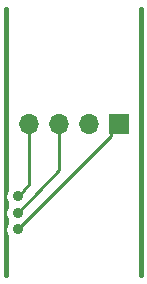
<source format=gtl>
%TF.GenerationSoftware,KiCad,Pcbnew,5.1.0*%
%TF.CreationDate,2019-04-08T01:09:11+02:00*%
%TF.ProjectId,Illumination-PLCC6,496c6c75-6d69-46e6-9174-696f6e2d504c,rev?*%
%TF.SameCoordinates,Original*%
%TF.FileFunction,Copper,L1,Top*%
%TF.FilePolarity,Positive*%
%FSLAX46Y46*%
G04 Gerber Fmt 4.6, Leading zero omitted, Abs format (unit mm)*
G04 Created by KiCad (PCBNEW 5.1.0) date 2019-04-08 01:09:11*
%MOMM*%
%LPD*%
G04 APERTURE LIST*
%ADD10R,1.700000X1.700000*%
%ADD11O,1.700000X1.700000*%
%ADD12C,0.900000*%
%ADD13C,0.250000*%
%ADD14C,0.254000*%
G04 APERTURE END LIST*
D10*
X121310000Y-142500000D03*
D11*
X118770000Y-142500000D03*
X116230000Y-142500000D03*
X113690000Y-142500000D03*
D12*
X112800000Y-151400000D03*
X112800000Y-150000000D03*
X112800000Y-148600000D03*
D13*
X120700000Y-143110000D02*
X121310000Y-142500000D01*
X112800000Y-151400000D02*
X120700000Y-143500000D01*
X120700000Y-143500000D02*
X120700000Y-143110000D01*
X112800000Y-150000000D02*
X116230000Y-146370000D01*
X116230000Y-146370000D02*
X116230000Y-143500000D01*
X116230000Y-143500000D02*
X116230000Y-142500000D01*
X112800000Y-148600000D02*
X112850000Y-148550000D01*
X112850000Y-148550000D02*
X113690000Y-147510000D01*
X113690000Y-147510000D02*
X113690000Y-143500000D01*
X113690000Y-143500000D02*
X113690000Y-142500000D01*
D14*
G36*
X111873000Y-148034405D02*
G01*
X111838485Y-148086060D01*
X111756696Y-148283517D01*
X111715000Y-148493137D01*
X111715000Y-148706863D01*
X111756696Y-148916483D01*
X111838485Y-149113940D01*
X111873000Y-149165595D01*
X111873000Y-149434405D01*
X111838485Y-149486060D01*
X111756696Y-149683517D01*
X111715000Y-149893137D01*
X111715000Y-150106863D01*
X111756696Y-150316483D01*
X111838485Y-150513940D01*
X111873000Y-150565595D01*
X111873000Y-150834405D01*
X111838485Y-150886060D01*
X111756696Y-151083517D01*
X111715000Y-151293137D01*
X111715000Y-151506863D01*
X111756696Y-151716483D01*
X111838485Y-151913940D01*
X111873000Y-151965595D01*
X111873000Y-153597993D01*
X111865000Y-153638212D01*
X111865000Y-153861788D01*
X111873000Y-153902007D01*
X111873000Y-155315000D01*
X111685000Y-155315000D01*
X111685000Y-132685000D01*
X111873000Y-132685000D01*
X111873000Y-148034405D01*
X111873000Y-148034405D01*
G37*
X111873000Y-148034405D02*
X111838485Y-148086060D01*
X111756696Y-148283517D01*
X111715000Y-148493137D01*
X111715000Y-148706863D01*
X111756696Y-148916483D01*
X111838485Y-149113940D01*
X111873000Y-149165595D01*
X111873000Y-149434405D01*
X111838485Y-149486060D01*
X111756696Y-149683517D01*
X111715000Y-149893137D01*
X111715000Y-150106863D01*
X111756696Y-150316483D01*
X111838485Y-150513940D01*
X111873000Y-150565595D01*
X111873000Y-150834405D01*
X111838485Y-150886060D01*
X111756696Y-151083517D01*
X111715000Y-151293137D01*
X111715000Y-151506863D01*
X111756696Y-151716483D01*
X111838485Y-151913940D01*
X111873000Y-151965595D01*
X111873000Y-153597993D01*
X111865000Y-153638212D01*
X111865000Y-153861788D01*
X111873000Y-153902007D01*
X111873000Y-155315000D01*
X111685000Y-155315000D01*
X111685000Y-132685000D01*
X111873000Y-132685000D01*
X111873000Y-148034405D01*
G36*
X123315000Y-155315000D02*
G01*
X123127000Y-155315000D01*
X123127000Y-153902007D01*
X123135000Y-153861788D01*
X123135000Y-153638212D01*
X123127000Y-153597993D01*
X123127000Y-132685000D01*
X123315001Y-132685000D01*
X123315000Y-155315000D01*
X123315000Y-155315000D01*
G37*
X123315000Y-155315000D02*
X123127000Y-155315000D01*
X123127000Y-153902007D01*
X123135000Y-153861788D01*
X123135000Y-153638212D01*
X123127000Y-153597993D01*
X123127000Y-132685000D01*
X123315001Y-132685000D01*
X123315000Y-155315000D01*
M02*

</source>
